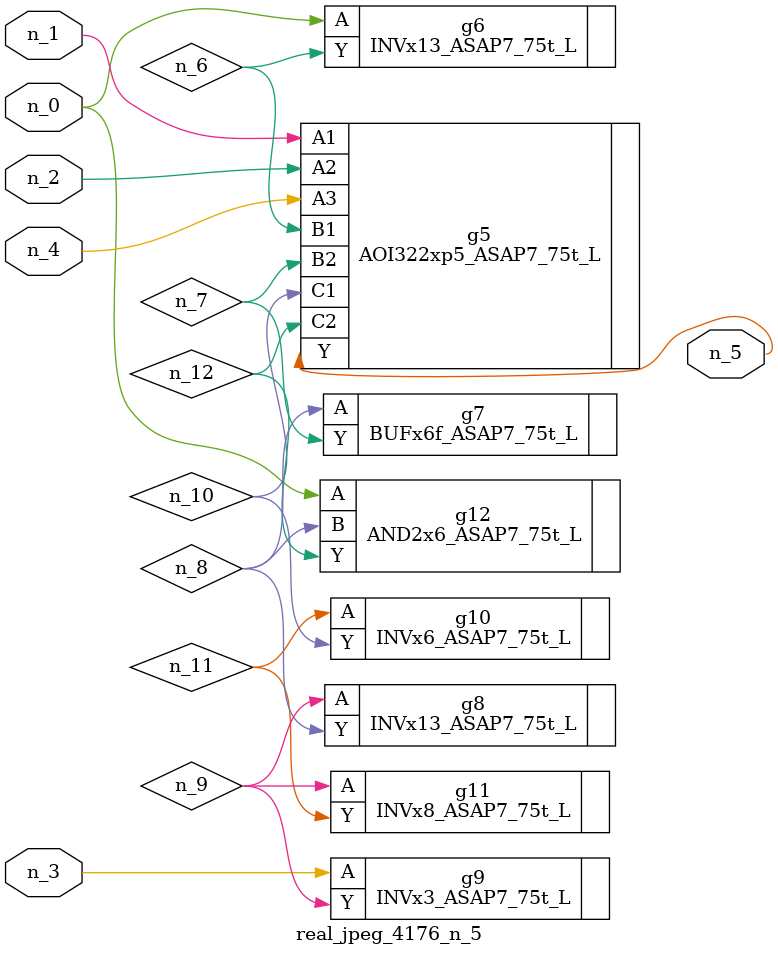
<source format=v>
module real_jpeg_4176_n_5 (n_4, n_0, n_1, n_2, n_3, n_5);

input n_4;
input n_0;
input n_1;
input n_2;
input n_3;

output n_5;

wire n_12;
wire n_8;
wire n_11;
wire n_6;
wire n_7;
wire n_10;
wire n_9;

INVx13_ASAP7_75t_L g6 ( 
.A(n_0),
.Y(n_6)
);

AND2x6_ASAP7_75t_L g12 ( 
.A(n_0),
.B(n_8),
.Y(n_12)
);

AOI322xp5_ASAP7_75t_L g5 ( 
.A1(n_1),
.A2(n_2),
.A3(n_4),
.B1(n_6),
.B2(n_7),
.C1(n_10),
.C2(n_12),
.Y(n_5)
);

INVx3_ASAP7_75t_L g9 ( 
.A(n_3),
.Y(n_9)
);

BUFx6f_ASAP7_75t_L g7 ( 
.A(n_8),
.Y(n_7)
);

INVx13_ASAP7_75t_L g8 ( 
.A(n_9),
.Y(n_8)
);

INVx8_ASAP7_75t_L g11 ( 
.A(n_9),
.Y(n_11)
);

INVx6_ASAP7_75t_L g10 ( 
.A(n_11),
.Y(n_10)
);


endmodule
</source>
